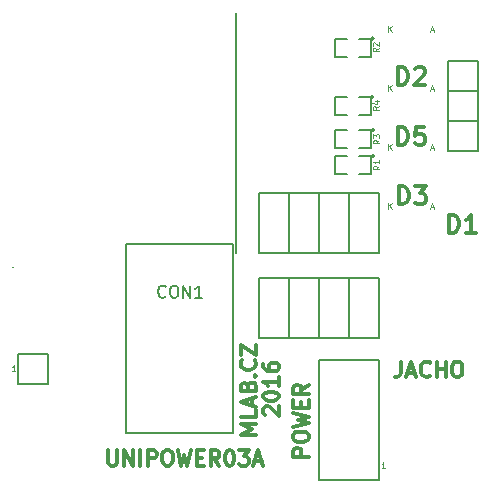
<source format=gbr>
G04 #@! TF.FileFunction,Legend,Top*
%FSLAX46Y46*%
G04 Gerber Fmt 4.6, Leading zero omitted, Abs format (unit mm)*
G04 Created by KiCad (PCBNEW 4.0.1-stable) date 16. 2. 2016 6:52:41*
%MOMM*%
G01*
G04 APERTURE LIST*
%ADD10C,0.300000*%
%ADD11C,0.200000*%
%ADD12C,0.150000*%
%ADD13C,0.127000*%
%ADD14C,0.050000*%
%ADD15C,0.203200*%
%ADD16C,0.109220*%
%ADD17C,0.304800*%
%ADD18C,0.099060*%
G04 APERTURE END LIST*
D10*
X33113166Y10871905D02*
X33113166Y9943333D01*
X33051262Y9757619D01*
X32927452Y9633810D01*
X32741738Y9571905D01*
X32617928Y9571905D01*
X33670309Y9943333D02*
X34289357Y9943333D01*
X33546500Y9571905D02*
X33979833Y10871905D01*
X34413166Y9571905D01*
X35589357Y9695714D02*
X35527452Y9633810D01*
X35341738Y9571905D01*
X35217928Y9571905D01*
X35032214Y9633810D01*
X34908405Y9757619D01*
X34846500Y9881429D01*
X34784595Y10129048D01*
X34784595Y10314762D01*
X34846500Y10562381D01*
X34908405Y10686190D01*
X35032214Y10810000D01*
X35217928Y10871905D01*
X35341738Y10871905D01*
X35527452Y10810000D01*
X35589357Y10748095D01*
X36146500Y9571905D02*
X36146500Y10871905D01*
X36146500Y10252857D02*
X36889357Y10252857D01*
X36889357Y9571905D02*
X36889357Y10871905D01*
X37756024Y10871905D02*
X38003643Y10871905D01*
X38127452Y10810000D01*
X38251262Y10686190D01*
X38313167Y10438571D01*
X38313167Y10005238D01*
X38251262Y9757619D01*
X38127452Y9633810D01*
X38003643Y9571905D01*
X37756024Y9571905D01*
X37632214Y9633810D01*
X37508405Y9757619D01*
X37446500Y10005238D01*
X37446500Y10438571D01*
X37508405Y10686190D01*
X37632214Y10810000D01*
X37756024Y10871905D01*
X21573405Y6343929D02*
X21511500Y6405834D01*
X21449595Y6529643D01*
X21449595Y6839167D01*
X21511500Y6962977D01*
X21573405Y7024881D01*
X21697214Y7086786D01*
X21821024Y7086786D01*
X22006738Y7024881D01*
X22749595Y6282024D01*
X22749595Y7086786D01*
X21449595Y7891548D02*
X21449595Y8015357D01*
X21511500Y8139167D01*
X21573405Y8201072D01*
X21697214Y8262976D01*
X21944833Y8324881D01*
X22254357Y8324881D01*
X22501976Y8262976D01*
X22625786Y8201072D01*
X22687690Y8139167D01*
X22749595Y8015357D01*
X22749595Y7891548D01*
X22687690Y7767738D01*
X22625786Y7705834D01*
X22501976Y7643929D01*
X22254357Y7582024D01*
X21944833Y7582024D01*
X21697214Y7643929D01*
X21573405Y7705834D01*
X21511500Y7767738D01*
X21449595Y7891548D01*
X22749595Y9562976D02*
X22749595Y8820119D01*
X22749595Y9191548D02*
X21449595Y9191548D01*
X21635310Y9067738D01*
X21759119Y8943929D01*
X21821024Y8820119D01*
X21449595Y10677262D02*
X21449595Y10429643D01*
X21511500Y10305833D01*
X21573405Y10243928D01*
X21759119Y10120119D01*
X22006738Y10058214D01*
X22501976Y10058214D01*
X22625786Y10120119D01*
X22687690Y10182024D01*
X22749595Y10305833D01*
X22749595Y10553452D01*
X22687690Y10677262D01*
X22625786Y10739166D01*
X22501976Y10801071D01*
X22192452Y10801071D01*
X22068643Y10739166D01*
X22006738Y10677262D01*
X21944833Y10553452D01*
X21944833Y10305833D01*
X22006738Y10182024D01*
X22068643Y10120119D01*
X22192452Y10058214D01*
X20844595Y4700262D02*
X19544595Y4700262D01*
X20473167Y5133595D01*
X19544595Y5566928D01*
X20844595Y5566928D01*
X20844595Y6805023D02*
X20844595Y6185976D01*
X19544595Y6185976D01*
X20473167Y7176452D02*
X20473167Y7795500D01*
X20844595Y7052643D02*
X19544595Y7485976D01*
X20844595Y7919309D01*
X20163643Y8785976D02*
X20225548Y8971690D01*
X20287452Y9033595D01*
X20411262Y9095500D01*
X20596976Y9095500D01*
X20720786Y9033595D01*
X20782690Y8971690D01*
X20844595Y8847881D01*
X20844595Y8352643D01*
X19544595Y8352643D01*
X19544595Y8785976D01*
X19606500Y8909786D01*
X19668405Y8971690D01*
X19792214Y9033595D01*
X19916024Y9033595D01*
X20039833Y8971690D01*
X20101738Y8909786D01*
X20163643Y8785976D01*
X20163643Y8352643D01*
X20720786Y9652643D02*
X20782690Y9714548D01*
X20844595Y9652643D01*
X20782690Y9590738D01*
X20720786Y9652643D01*
X20844595Y9652643D01*
X20720786Y11014548D02*
X20782690Y10952643D01*
X20844595Y10766929D01*
X20844595Y10643119D01*
X20782690Y10457405D01*
X20658881Y10333596D01*
X20535071Y10271691D01*
X20287452Y10209786D01*
X20101738Y10209786D01*
X19854119Y10271691D01*
X19730310Y10333596D01*
X19606500Y10457405D01*
X19544595Y10643119D01*
X19544595Y10766929D01*
X19606500Y10952643D01*
X19668405Y11014548D01*
X19544595Y11447881D02*
X19544595Y12314548D01*
X20844595Y11447881D01*
X20844595Y12314548D01*
X25289595Y2839620D02*
X23989595Y2839620D01*
X23989595Y3334858D01*
X24051500Y3458667D01*
X24113405Y3520572D01*
X24237214Y3582477D01*
X24422929Y3582477D01*
X24546738Y3520572D01*
X24608643Y3458667D01*
X24670548Y3334858D01*
X24670548Y2839620D01*
X23989595Y4387239D02*
X23989595Y4634858D01*
X24051500Y4758667D01*
X24175310Y4882477D01*
X24422929Y4944382D01*
X24856262Y4944382D01*
X25103881Y4882477D01*
X25227690Y4758667D01*
X25289595Y4634858D01*
X25289595Y4387239D01*
X25227690Y4263429D01*
X25103881Y4139620D01*
X24856262Y4077715D01*
X24422929Y4077715D01*
X24175310Y4139620D01*
X24051500Y4263429D01*
X23989595Y4387239D01*
X23989595Y5377715D02*
X25289595Y5687239D01*
X24361024Y5934858D01*
X25289595Y6182477D01*
X23989595Y6492001D01*
X24608643Y6987239D02*
X24608643Y7420572D01*
X25289595Y7606286D02*
X25289595Y6987239D01*
X23989595Y6987239D01*
X23989595Y7606286D01*
X25289595Y8906286D02*
X24670548Y8472953D01*
X25289595Y8163429D02*
X23989595Y8163429D01*
X23989595Y8658667D01*
X24051500Y8782476D01*
X24113405Y8844381D01*
X24237214Y8906286D01*
X24422929Y8906286D01*
X24546738Y8844381D01*
X24608643Y8782476D01*
X24670548Y8658667D01*
X24670548Y8163429D01*
X8326453Y3378905D02*
X8326453Y2326524D01*
X8388358Y2202714D01*
X8450262Y2140810D01*
X8574072Y2078905D01*
X8821691Y2078905D01*
X8945500Y2140810D01*
X9007405Y2202714D01*
X9069310Y2326524D01*
X9069310Y3378905D01*
X9688358Y2078905D02*
X9688358Y3378905D01*
X10431215Y2078905D01*
X10431215Y3378905D01*
X11050263Y2078905D02*
X11050263Y3378905D01*
X11669311Y2078905D02*
X11669311Y3378905D01*
X12164549Y3378905D01*
X12288358Y3317000D01*
X12350263Y3255095D01*
X12412168Y3131286D01*
X12412168Y2945571D01*
X12350263Y2821762D01*
X12288358Y2759857D01*
X12164549Y2697952D01*
X11669311Y2697952D01*
X13216930Y3378905D02*
X13464549Y3378905D01*
X13588358Y3317000D01*
X13712168Y3193190D01*
X13774073Y2945571D01*
X13774073Y2512238D01*
X13712168Y2264619D01*
X13588358Y2140810D01*
X13464549Y2078905D01*
X13216930Y2078905D01*
X13093120Y2140810D01*
X12969311Y2264619D01*
X12907406Y2512238D01*
X12907406Y2945571D01*
X12969311Y3193190D01*
X13093120Y3317000D01*
X13216930Y3378905D01*
X14207406Y3378905D02*
X14516930Y2078905D01*
X14764549Y3007476D01*
X15012168Y2078905D01*
X15321692Y3378905D01*
X15816930Y2759857D02*
X16250263Y2759857D01*
X16435977Y2078905D02*
X15816930Y2078905D01*
X15816930Y3378905D01*
X16435977Y3378905D01*
X17735977Y2078905D02*
X17302644Y2697952D01*
X16993120Y2078905D02*
X16993120Y3378905D01*
X17488358Y3378905D01*
X17612167Y3317000D01*
X17674072Y3255095D01*
X17735977Y3131286D01*
X17735977Y2945571D01*
X17674072Y2821762D01*
X17612167Y2759857D01*
X17488358Y2697952D01*
X16993120Y2697952D01*
X18540739Y3378905D02*
X18664548Y3378905D01*
X18788358Y3317000D01*
X18850263Y3255095D01*
X18912167Y3131286D01*
X18974072Y2883667D01*
X18974072Y2574143D01*
X18912167Y2326524D01*
X18850263Y2202714D01*
X18788358Y2140810D01*
X18664548Y2078905D01*
X18540739Y2078905D01*
X18416929Y2140810D01*
X18355025Y2202714D01*
X18293120Y2326524D01*
X18231215Y2574143D01*
X18231215Y2883667D01*
X18293120Y3131286D01*
X18355025Y3255095D01*
X18416929Y3317000D01*
X18540739Y3378905D01*
X19407405Y3378905D02*
X20212167Y3378905D01*
X19778834Y2883667D01*
X19964548Y2883667D01*
X20088358Y2821762D01*
X20150262Y2759857D01*
X20212167Y2636048D01*
X20212167Y2326524D01*
X20150262Y2202714D01*
X20088358Y2140810D01*
X19964548Y2078905D01*
X19593120Y2078905D01*
X19469310Y2140810D01*
X19407405Y2202714D01*
X20707405Y2450333D02*
X21326453Y2450333D01*
X20583596Y2078905D02*
X21016929Y3378905D01*
X21450262Y2078905D01*
D11*
X19177000Y20066000D02*
X19177000Y40386000D01*
X254000Y18859500D02*
X254000Y18923000D01*
D12*
X31242000Y825500D02*
X26162000Y825500D01*
X26162000Y825500D02*
X26162000Y10985500D01*
X26162000Y10985500D02*
X31242000Y10985500D01*
X31242000Y10985500D02*
X31242000Y825500D01*
D13*
X9851000Y20812000D02*
X9851000Y4812000D01*
X18851000Y20812000D02*
X9851000Y20812000D01*
X18851000Y4812000D02*
X18851000Y20812000D01*
X9851000Y4812000D02*
X18851000Y4812000D01*
D12*
X21082000Y17970500D02*
X23622000Y17970500D01*
X23622000Y17970500D02*
X23622000Y12890500D01*
X23622000Y12890500D02*
X21082000Y12890500D01*
X21082000Y12890500D02*
X21082000Y17970500D01*
X21082000Y25146000D02*
X23622000Y25146000D01*
X23622000Y25146000D02*
X23622000Y20066000D01*
X23622000Y20066000D02*
X21082000Y20066000D01*
X21082000Y20066000D02*
X21082000Y25146000D01*
X23622000Y25146000D02*
X26162000Y25146000D01*
X26162000Y25146000D02*
X26162000Y20066000D01*
X26162000Y20066000D02*
X23622000Y20066000D01*
X23622000Y20066000D02*
X23622000Y25146000D01*
X23622000Y17970500D02*
X26162000Y17970500D01*
X26162000Y17970500D02*
X26162000Y12890500D01*
X26162000Y12890500D02*
X23622000Y12890500D01*
X23622000Y12890500D02*
X23622000Y17970500D01*
X37084000Y36322000D02*
X39624000Y36322000D01*
X39624000Y36322000D02*
X39624000Y33782000D01*
X39624000Y33782000D02*
X37084000Y33782000D01*
X37084000Y33782000D02*
X37084000Y36322000D01*
X37084000Y31242000D02*
X39624000Y31242000D01*
X39624000Y31242000D02*
X39624000Y28702000D01*
X39624000Y28702000D02*
X37084000Y28702000D01*
X37084000Y28702000D02*
X37084000Y31242000D01*
X30861000Y28257500D02*
G75*
G03X30861000Y28257500I-127000J0D01*
G01*
X29591000Y28257500D02*
X30607000Y28257500D01*
X30607000Y28257500D02*
X30607000Y26733500D01*
X30607000Y26733500D02*
X29591000Y26733500D01*
X28575000Y26733500D02*
X27559000Y26733500D01*
X27559000Y26733500D02*
X27559000Y28257500D01*
X27559000Y28257500D02*
X28575000Y28257500D01*
X30797500Y38227000D02*
G75*
G03X30797500Y38227000I-127000J0D01*
G01*
X29527500Y38227000D02*
X30543500Y38227000D01*
X30543500Y38227000D02*
X30543500Y36703000D01*
X30543500Y36703000D02*
X29527500Y36703000D01*
X28511500Y36703000D02*
X27495500Y36703000D01*
X27495500Y36703000D02*
X27495500Y38227000D01*
X27495500Y38227000D02*
X28511500Y38227000D01*
X30861000Y30480000D02*
G75*
G03X30861000Y30480000I-127000J0D01*
G01*
X29591000Y30480000D02*
X30607000Y30480000D01*
X30607000Y30480000D02*
X30607000Y28956000D01*
X30607000Y28956000D02*
X29591000Y28956000D01*
X28575000Y28956000D02*
X27559000Y28956000D01*
X27559000Y28956000D02*
X27559000Y30480000D01*
X27559000Y30480000D02*
X28575000Y30480000D01*
X37084000Y33782000D02*
X39624000Y33782000D01*
X39624000Y33782000D02*
X39624000Y31242000D01*
X39624000Y31242000D02*
X37084000Y31242000D01*
X37084000Y31242000D02*
X37084000Y33782000D01*
X30797500Y33274000D02*
G75*
G03X30797500Y33274000I-127000J0D01*
G01*
X29527500Y33274000D02*
X30543500Y33274000D01*
X30543500Y33274000D02*
X30543500Y31750000D01*
X30543500Y31750000D02*
X29527500Y31750000D01*
X28511500Y31750000D02*
X27495500Y31750000D01*
X27495500Y31750000D02*
X27495500Y33274000D01*
X27495500Y33274000D02*
X28511500Y33274000D01*
X28702000Y17970500D02*
X31242000Y17970500D01*
X31242000Y17970500D02*
X31242000Y12890500D01*
X31242000Y12890500D02*
X28702000Y12890500D01*
X28702000Y12890500D02*
X28702000Y17970500D01*
X28702000Y25146000D02*
X31242000Y25146000D01*
X31242000Y25146000D02*
X31242000Y20066000D01*
X31242000Y20066000D02*
X28702000Y20066000D01*
X28702000Y20066000D02*
X28702000Y25146000D01*
X26162000Y25146000D02*
X28702000Y25146000D01*
X28702000Y25146000D02*
X28702000Y20066000D01*
X28702000Y20066000D02*
X26162000Y20066000D01*
X26162000Y20066000D02*
X26162000Y25146000D01*
X26162000Y17970500D02*
X28702000Y17970500D01*
X28702000Y17970500D02*
X28702000Y12890500D01*
X28702000Y12890500D02*
X26162000Y12890500D01*
X26162000Y12890500D02*
X26162000Y17970500D01*
X698500Y11557000D02*
X3238500Y11557000D01*
X3238500Y11557000D02*
X3238500Y9017000D01*
X3238500Y9017000D02*
X698500Y9017000D01*
X698500Y9017000D02*
X698500Y11557000D01*
D14*
X31765857Y1869310D02*
X31480143Y1869310D01*
X31623000Y1869310D02*
X31623000Y2369310D01*
X31575381Y2297881D01*
X31527762Y2250262D01*
X31480143Y2226452D01*
D15*
X13180786Y16401143D02*
X13132405Y16352762D01*
X12987262Y16304381D01*
X12890500Y16304381D01*
X12745358Y16352762D01*
X12648596Y16449524D01*
X12600215Y16546286D01*
X12551834Y16739810D01*
X12551834Y16884952D01*
X12600215Y17078476D01*
X12648596Y17175238D01*
X12745358Y17272000D01*
X12890500Y17320381D01*
X12987262Y17320381D01*
X13132405Y17272000D01*
X13180786Y17223619D01*
X13809739Y17320381D02*
X14003262Y17320381D01*
X14100024Y17272000D01*
X14196786Y17175238D01*
X14245167Y16981714D01*
X14245167Y16643048D01*
X14196786Y16449524D01*
X14100024Y16352762D01*
X14003262Y16304381D01*
X13809739Y16304381D01*
X13712977Y16352762D01*
X13616215Y16449524D01*
X13567834Y16643048D01*
X13567834Y16981714D01*
X13616215Y17175238D01*
X13712977Y17272000D01*
X13809739Y17320381D01*
X14680596Y16304381D02*
X14680596Y17320381D01*
X15261167Y16304381D01*
X15261167Y17320381D01*
X16277167Y16304381D02*
X15696596Y16304381D01*
X15986882Y16304381D02*
X15986882Y17320381D01*
X15890120Y17175238D01*
X15793358Y17078476D01*
X15696596Y17030095D01*
D16*
X31277862Y27475604D02*
X31039586Y27308810D01*
X31277862Y27189672D02*
X30777482Y27189672D01*
X30777482Y27380293D01*
X30801310Y27427948D01*
X30825138Y27451776D01*
X30872793Y27475604D01*
X30944276Y27475604D01*
X30991931Y27451776D01*
X31015759Y27427948D01*
X31039586Y27380293D01*
X31039586Y27189672D01*
X31277862Y27952156D02*
X31277862Y27666224D01*
X31277862Y27809190D02*
X30777482Y27809190D01*
X30848965Y27761535D01*
X30896620Y27713880D01*
X30920448Y27666224D01*
X31214362Y37445104D02*
X30976086Y37278310D01*
X31214362Y37159172D02*
X30713982Y37159172D01*
X30713982Y37349793D01*
X30737810Y37397448D01*
X30761638Y37421276D01*
X30809293Y37445104D01*
X30880776Y37445104D01*
X30928431Y37421276D01*
X30952259Y37397448D01*
X30976086Y37349793D01*
X30976086Y37159172D01*
X30761638Y37635724D02*
X30737810Y37659552D01*
X30713982Y37707207D01*
X30713982Y37826345D01*
X30737810Y37874001D01*
X30761638Y37897828D01*
X30809293Y37921656D01*
X30856948Y37921656D01*
X30928431Y37897828D01*
X31214362Y37611897D01*
X31214362Y37921656D01*
X31277862Y29634604D02*
X31039586Y29467810D01*
X31277862Y29348672D02*
X30777482Y29348672D01*
X30777482Y29539293D01*
X30801310Y29586948D01*
X30825138Y29610776D01*
X30872793Y29634604D01*
X30944276Y29634604D01*
X30991931Y29610776D01*
X31015759Y29586948D01*
X31039586Y29539293D01*
X31039586Y29348672D01*
X30777482Y29801397D02*
X30777482Y30111156D01*
X30968103Y29944363D01*
X30968103Y30015845D01*
X30991931Y30063501D01*
X31015759Y30087328D01*
X31063414Y30111156D01*
X31182552Y30111156D01*
X31230207Y30087328D01*
X31254035Y30063501D01*
X31277862Y30015845D01*
X31277862Y29872880D01*
X31254035Y29825224D01*
X31230207Y29801397D01*
X31214362Y32492104D02*
X30976086Y32325310D01*
X31214362Y32206172D02*
X30713982Y32206172D01*
X30713982Y32396793D01*
X30737810Y32444448D01*
X30761638Y32468276D01*
X30809293Y32492104D01*
X30880776Y32492104D01*
X30928431Y32468276D01*
X30952259Y32444448D01*
X30976086Y32396793D01*
X30976086Y32206172D01*
X30880776Y32921001D02*
X31214362Y32921001D01*
X30690155Y32801863D02*
X31047569Y32682724D01*
X31047569Y32992484D01*
D17*
X37165643Y21789571D02*
X37165643Y23313571D01*
X37528500Y23313571D01*
X37746215Y23241000D01*
X37891357Y23095857D01*
X37963929Y22950714D01*
X38036500Y22660429D01*
X38036500Y22442714D01*
X37963929Y22152429D01*
X37891357Y22007286D01*
X37746215Y21862143D01*
X37528500Y21789571D01*
X37165643Y21789571D01*
X39487929Y21789571D02*
X38617072Y21789571D01*
X39052500Y21789571D02*
X39052500Y23313571D01*
X38907357Y23095857D01*
X38762215Y22950714D01*
X38617072Y22878143D01*
D18*
X35654222Y23966003D02*
X35892499Y23966003D01*
X35606567Y23823038D02*
X35773361Y24323418D01*
X35940154Y23823038D01*
X32040588Y23823038D02*
X32040588Y24323418D01*
X32326520Y23823038D02*
X32112071Y24108969D01*
X32326520Y24323418D02*
X32040588Y24037486D01*
D17*
X32847643Y34299071D02*
X32847643Y35823071D01*
X33210500Y35823071D01*
X33428215Y35750500D01*
X33573357Y35605357D01*
X33645929Y35460214D01*
X33718500Y35169929D01*
X33718500Y34952214D01*
X33645929Y34661929D01*
X33573357Y34516786D01*
X33428215Y34371643D01*
X33210500Y34299071D01*
X32847643Y34299071D01*
X34299072Y35677929D02*
X34371643Y35750500D01*
X34516786Y35823071D01*
X34879643Y35823071D01*
X35024786Y35750500D01*
X35097357Y35677929D01*
X35169929Y35532786D01*
X35169929Y35387643D01*
X35097357Y35169929D01*
X34226500Y34299071D01*
X35169929Y34299071D01*
D18*
X35654222Y38966003D02*
X35892499Y38966003D01*
X35606567Y38823038D02*
X35773361Y39323418D01*
X35940154Y38823038D01*
X32040588Y38823038D02*
X32040588Y39323418D01*
X32326520Y38823038D02*
X32112071Y39108969D01*
X32326520Y39323418D02*
X32040588Y39037486D01*
D17*
X32911143Y24202571D02*
X32911143Y25726571D01*
X33274000Y25726571D01*
X33491715Y25654000D01*
X33636857Y25508857D01*
X33709429Y25363714D01*
X33782000Y25073429D01*
X33782000Y24855714D01*
X33709429Y24565429D01*
X33636857Y24420286D01*
X33491715Y24275143D01*
X33274000Y24202571D01*
X32911143Y24202571D01*
X34290000Y25726571D02*
X35233429Y25726571D01*
X34725429Y25146000D01*
X34943143Y25146000D01*
X35088286Y25073429D01*
X35160857Y25000857D01*
X35233429Y24855714D01*
X35233429Y24492857D01*
X35160857Y24347714D01*
X35088286Y24275143D01*
X34943143Y24202571D01*
X34507715Y24202571D01*
X34362572Y24275143D01*
X34290000Y24347714D01*
D18*
X35654222Y28961503D02*
X35892499Y28961503D01*
X35606567Y28818538D02*
X35773361Y29318918D01*
X35940154Y28818538D01*
X32040588Y28818538D02*
X32040588Y29318918D01*
X32326520Y28818538D02*
X32112071Y29104469D01*
X32326520Y29318918D02*
X32040588Y29032986D01*
D17*
X32847643Y29219071D02*
X32847643Y30743071D01*
X33210500Y30743071D01*
X33428215Y30670500D01*
X33573357Y30525357D01*
X33645929Y30380214D01*
X33718500Y30089929D01*
X33718500Y29872214D01*
X33645929Y29581929D01*
X33573357Y29436786D01*
X33428215Y29291643D01*
X33210500Y29219071D01*
X32847643Y29219071D01*
X35097357Y30743071D02*
X34371643Y30743071D01*
X34299072Y30017357D01*
X34371643Y30089929D01*
X34516786Y30162500D01*
X34879643Y30162500D01*
X35024786Y30089929D01*
X35097357Y30017357D01*
X35169929Y29872214D01*
X35169929Y29509357D01*
X35097357Y29364214D01*
X35024786Y29291643D01*
X34879643Y29219071D01*
X34516786Y29219071D01*
X34371643Y29291643D01*
X34299072Y29364214D01*
D18*
X35654222Y33966003D02*
X35892499Y33966003D01*
X35606567Y33823038D02*
X35773361Y34323418D01*
X35940154Y33823038D01*
X32040588Y33823038D02*
X32040588Y34323418D01*
X32326520Y33823038D02*
X32112071Y34108969D01*
X32326520Y34323418D02*
X32040588Y34037486D01*
D14*
X460357Y10060810D02*
X174643Y10060810D01*
X317500Y10060810D02*
X317500Y10560810D01*
X269881Y10489381D01*
X222262Y10441762D01*
X174643Y10417952D01*
M02*

</source>
